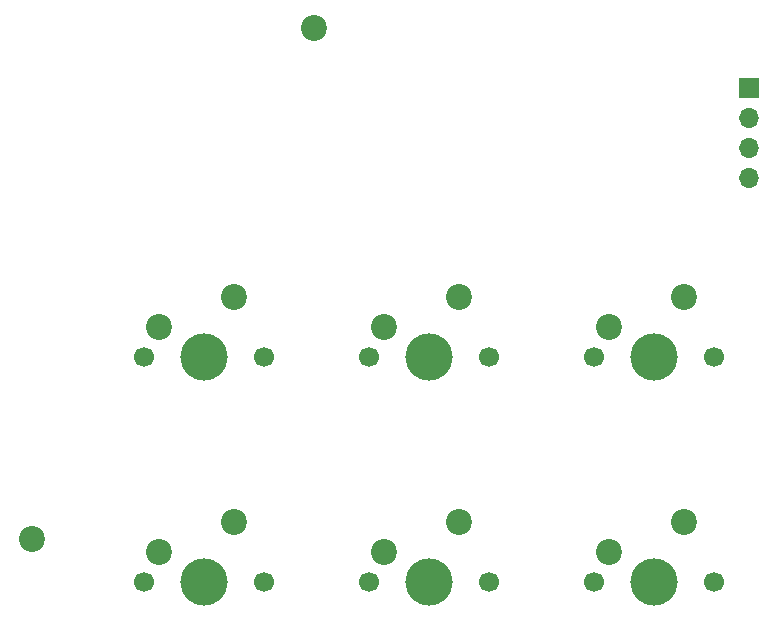
<source format=gbs>
G04 #@! TF.GenerationSoftware,KiCad,Pcbnew,9.0.7*
G04 #@! TF.CreationDate,2026-01-14T23:35:42+00:00*
G04 #@! TF.ProjectId,MacroMachine,4d616372-6f4d-4616-9368-696e652e6b69,rev?*
G04 #@! TF.SameCoordinates,Original*
G04 #@! TF.FileFunction,Soldermask,Bot*
G04 #@! TF.FilePolarity,Negative*
%FSLAX46Y46*%
G04 Gerber Fmt 4.6, Leading zero omitted, Abs format (unit mm)*
G04 Created by KiCad (PCBNEW 9.0.7) date 2026-01-14 23:35:42*
%MOMM*%
%LPD*%
G01*
G04 APERTURE LIST*
%ADD10C,2.200000*%
%ADD11C,1.700000*%
%ADD12C,4.000000*%
%ADD13R,1.700000X1.700000*%
%ADD14O,1.700000X1.700000*%
G04 APERTURE END LIST*
D10*
G04 #@! TO.C,REF\u002A\u002A*
X152200000Y-81700000D03*
G04 #@! TD*
G04 #@! TO.C,REF\u002A\u002A*
X128300000Y-125000000D03*
G04 #@! TD*
D11*
G04 #@! TO.C,SW2*
X137795000Y-128587500D03*
D12*
X142875000Y-128587500D03*
D11*
X147955000Y-128587500D03*
D10*
X145415000Y-123507500D03*
X139065000Y-126047500D03*
G04 #@! TD*
D11*
G04 #@! TO.C,SW3*
X156845000Y-109537500D03*
D12*
X161925000Y-109537500D03*
D11*
X167005000Y-109537500D03*
D10*
X164465000Y-104457500D03*
X158115000Y-106997500D03*
G04 #@! TD*
D11*
G04 #@! TO.C,SW5*
X175895000Y-109537500D03*
D12*
X180975000Y-109537500D03*
D11*
X186055000Y-109537500D03*
D10*
X183515000Y-104457500D03*
X177165000Y-106997500D03*
G04 #@! TD*
D13*
G04 #@! TO.C,DS1*
X189065000Y-86792500D03*
D14*
X189065000Y-89332500D03*
X189065000Y-91872500D03*
X189065000Y-94412500D03*
G04 #@! TD*
D11*
G04 #@! TO.C,SW4*
X156845000Y-128587500D03*
D12*
X161925000Y-128587500D03*
D11*
X167005000Y-128587500D03*
D10*
X164465000Y-123507500D03*
X158115000Y-126047500D03*
G04 #@! TD*
D11*
G04 #@! TO.C,SW1*
X137795000Y-109537500D03*
D12*
X142875000Y-109537500D03*
D11*
X147955000Y-109537500D03*
D10*
X145415000Y-104457500D03*
X139065000Y-106997500D03*
G04 #@! TD*
D11*
G04 #@! TO.C,SW6*
X175895000Y-128587500D03*
D12*
X180975000Y-128587500D03*
D11*
X186055000Y-128587500D03*
D10*
X183515000Y-123507500D03*
X177165000Y-126047500D03*
G04 #@! TD*
M02*

</source>
